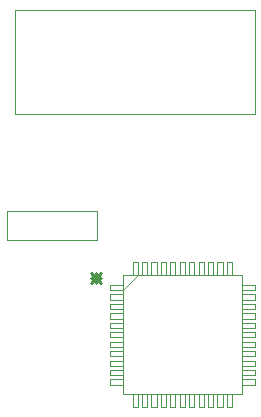
<source format=gbr>
%TF.GenerationSoftware,Altium Limited,Altium Designer,24.9.1 (31)*%
G04 Layer_Color=16711935*
%FSLAX45Y45*%
%MOMM*%
%TF.SameCoordinates,83ADD26A-4C95-4E02-96E4-27C39B5E4718*%
%TF.FilePolarity,Positive*%
%TF.FileFunction,Other,Mechanical_13*%
%TF.Part,Single*%
G01*
G75*
%TA.AperFunction,NonConductor*%
%ADD51C,0.26442*%
%ADD52C,0.10000*%
%ADD66C,0.00000*%
D51*
X12933681Y8317619D02*
X13018320Y8232980D01*
X12933681D02*
X13018320Y8317619D01*
X12933681Y8275299D02*
X13018320D01*
X12975999Y8232980D02*
Y8317619D01*
D52*
X14314999Y9667001D02*
Y10544997D01*
X12285001Y9667001D02*
X14314999D01*
X12285001Y10544997D02*
X14314999D01*
X12285001Y9667001D02*
Y10544997D01*
X12217400Y8849401D02*
X12979401D01*
X12217400Y8600399D02*
X12979401D01*
X12217400D02*
Y8849401D01*
X12979401Y8600399D02*
Y8849401D01*
D66*
X13197839Y7292340D02*
Y8303260D01*
X14208760D01*
Y7292340D02*
Y8303260D01*
X13197839Y7292340D02*
X14208760D01*
X13197839Y8176260D02*
X13324840Y8303260D01*
X14208760Y8219440D02*
X14315440D01*
Y8176260D02*
Y8219440D01*
X14208760Y8176260D02*
X14315440D01*
X14208760D02*
Y8219440D01*
Y8140700D02*
X14315440D01*
Y8094980D02*
Y8140700D01*
X14208760Y8094980D02*
X14315440D01*
X14208760D02*
Y8140700D01*
Y8059420D02*
X14315440D01*
Y8016240D02*
Y8059420D01*
X14208760Y8016240D02*
X14315440D01*
X14208760D02*
Y8059420D01*
Y7980680D02*
X14315440D01*
Y7934960D02*
Y7980680D01*
X14208760Y7934960D02*
X14315440D01*
X14208760D02*
Y7980680D01*
Y7899400D02*
X14315440D01*
Y7856220D02*
Y7899400D01*
X14208760Y7856220D02*
X14315440D01*
X14208760D02*
Y7899400D01*
Y7820660D02*
X14315440D01*
Y7774940D02*
Y7820660D01*
X14208760Y7774940D02*
X14315440D01*
X14208760D02*
Y7820660D01*
Y7739380D02*
X14315440D01*
Y7696200D02*
Y7739380D01*
X14208760Y7696200D02*
X14315440D01*
X14208760D02*
Y7739380D01*
Y7660640D02*
X14315440D01*
Y7614920D02*
Y7660640D01*
X14208760Y7614920D02*
X14315440D01*
X14208760D02*
Y7660640D01*
Y7579360D02*
X14315440D01*
Y7536180D02*
Y7579360D01*
X14208760Y7536180D02*
X14315440D01*
X14208760D02*
Y7579360D01*
Y7500620D02*
X14315440D01*
Y7454900D02*
Y7500620D01*
X14208760Y7454900D02*
X14315440D01*
X14208760D02*
Y7500620D01*
Y7419340D02*
X14315440D01*
Y7376160D02*
Y7419340D01*
X14208760Y7376160D02*
X14315440D01*
X14208760D02*
Y7419340D01*
X14124940Y7185660D02*
Y7292340D01*
X14081760Y7185660D02*
X14124940D01*
X14081760D02*
Y7292340D01*
X14124940D01*
X14046201Y7185660D02*
Y7292340D01*
X14000481Y7185660D02*
X14046201D01*
X14000481D02*
Y7292340D01*
X14046201D01*
X13964920Y7185660D02*
Y7292340D01*
X13921741Y7185660D02*
X13964920D01*
X13921741D02*
Y7292340D01*
X13964920D01*
X13886180Y7185660D02*
Y7292340D01*
X13840460Y7185660D02*
X13886180D01*
X13840460D02*
Y7292340D01*
X13886180D01*
X13804900Y7185660D02*
Y7292340D01*
X13761720Y7185660D02*
X13804900D01*
X13761720D02*
Y7292340D01*
X13804900D01*
X13726160Y7185660D02*
Y7292340D01*
X13680440Y7185660D02*
X13726160D01*
X13680440D02*
Y7292340D01*
X13726160D01*
X13644881Y7185660D02*
Y7292340D01*
X13601700Y7185660D02*
X13644881D01*
X13601700D02*
Y7292340D01*
X13644881D01*
X13566141Y7185660D02*
Y7292340D01*
X13520419Y7185660D02*
X13566141D01*
X13520419D02*
Y7292340D01*
X13566141D01*
X13484860Y7185660D02*
Y7292340D01*
X13441679Y7185660D02*
X13484860D01*
X13441679D02*
Y7292340D01*
X13484860D01*
X13406120Y7185660D02*
Y7292340D01*
X13360400Y7185660D02*
X13406120D01*
X13360400D02*
Y7292340D01*
X13406120D01*
X13324840Y7185660D02*
Y7292340D01*
X13281660Y7185660D02*
X13324840D01*
X13281660D02*
Y7292340D01*
X13324840D01*
X13091161Y7376160D02*
X13197839D01*
X13091161D02*
Y7419340D01*
X13197839D01*
Y7376160D02*
Y7419340D01*
X13091161Y7454900D02*
X13197839D01*
X13091161D02*
Y7500620D01*
X13197839D01*
Y7454900D02*
Y7500620D01*
X13091161Y7536180D02*
X13197839D01*
X13091161D02*
Y7579360D01*
X13197839D01*
Y7536180D02*
Y7579360D01*
X13091161Y7614920D02*
X13197839D01*
X13091161D02*
Y7660640D01*
X13197839D01*
Y7614920D02*
Y7660640D01*
X13091161Y7696200D02*
X13197839D01*
X13091161D02*
Y7739380D01*
X13197839D01*
Y7696200D02*
Y7739380D01*
X13091161Y7774940D02*
X13197839D01*
X13091161D02*
Y7820660D01*
X13197839D01*
Y7774940D02*
Y7820660D01*
X13091161Y7856220D02*
X13197839D01*
X13091161D02*
Y7899400D01*
X13197839D01*
Y7856220D02*
Y7899400D01*
X13091161Y7934960D02*
X13197839D01*
X13091161D02*
Y7980680D01*
X13197839D01*
Y7934960D02*
Y7980680D01*
X13091161Y8016240D02*
X13197839D01*
X13091161D02*
Y8059420D01*
X13197839D01*
Y8016240D02*
Y8059420D01*
X13091161Y8094980D02*
X13197839D01*
X13091161D02*
Y8140700D01*
X13197839D01*
Y8094980D02*
Y8140700D01*
X13091161Y8176260D02*
X13197839D01*
X13091161D02*
Y8219440D01*
X13197839D01*
Y8176260D02*
Y8219440D01*
X13281660Y8303260D02*
Y8409940D01*
X13324840D01*
Y8303260D02*
Y8409940D01*
X13281660Y8303260D02*
X13324840D01*
X13360400D02*
Y8409940D01*
X13406120D01*
Y8303260D02*
Y8409940D01*
X13360400Y8303260D02*
X13406120D01*
X13441679D02*
Y8409940D01*
X13484860D01*
Y8303260D02*
Y8409940D01*
X13441679Y8303260D02*
X13484860D01*
X13520419D02*
Y8409940D01*
X13566141D01*
Y8303260D02*
Y8409940D01*
X13520419Y8303260D02*
X13566141D01*
X13601700D02*
Y8409940D01*
X13644881D01*
Y8303260D02*
Y8409940D01*
X13601700Y8303260D02*
X13644881D01*
X13680440D02*
Y8409940D01*
X13726160D01*
Y8303260D02*
Y8409940D01*
X13680440Y8303260D02*
X13726160D01*
X13761720D02*
Y8409940D01*
X13804900D01*
Y8303260D02*
Y8409940D01*
X13761720Y8303260D02*
X13804900D01*
X13840460D02*
Y8409940D01*
X13886180D01*
Y8303260D02*
Y8409940D01*
X13840460Y8303260D02*
X13886180D01*
X13921741D02*
Y8409940D01*
X13964920D01*
Y8303260D02*
Y8409940D01*
X13921741Y8303260D02*
X13964920D01*
X14000481D02*
Y8409940D01*
X14046201D01*
Y8303260D02*
Y8409940D01*
X14000481Y8303260D02*
X14046201D01*
X14081760D02*
Y8409940D01*
X14124940D01*
Y8303260D02*
Y8409940D01*
X14081760Y8303260D02*
X14124940D01*
%TF.MD5,214b9ad0600821e23be9e6bf7196b237*%
M02*

</source>
